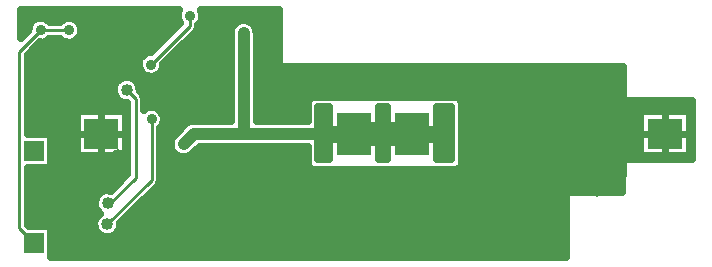
<source format=gbr>
G04 DipTrace 2.4.0.2*
%INÍèæíèé.gbr*%
%MOMM*%
%ADD13C,0.25*%
%ADD16C,1.0*%
%ADD17C,2.0*%
%ADD18C,1.4*%
%ADD20C,0.635*%
%ADD21C,0.6*%
%ADD22R,3.0X3.6*%
%ADD23R,3.0X2.6*%
%ADD35R,1.7X1.7*%
%ADD36C,1.7*%
%ADD39C,1.016*%
%ADD41C,0.9*%
%FSLAX53Y53*%
G04*
G71*
G90*
G75*
G01*
%LNBottom*%
%LPD*%
X18000Y15100D2*
D13*
X18200D1*
X20350Y17250D1*
Y23950D1*
X19600Y24700D1*
X38850Y21000D2*
D17*
X43750D1*
X36150D2*
D18*
X38850D1*
X46450D2*
X43750D1*
X36150D2*
D16*
X29500D1*
Y29500D1*
Y21000D2*
X25300D1*
X24400Y20100D1*
X12300Y29750D2*
D13*
X14700D1*
X11750Y11750D2*
X10500Y13000D1*
Y27950D1*
X12300Y29750D1*
X21700Y22200D2*
Y17100D1*
X17950Y13350D1*
X24950Y30950D2*
Y30150D1*
X21650Y26850D1*
D39*
X18000Y15100D3*
X19600Y24700D3*
X29500Y29500D3*
X24400Y20100D3*
D41*
X21700Y22200D3*
D39*
X17950Y13350D3*
D41*
X24950Y30950D3*
X21650Y26850D3*
X12300Y29750D3*
X14700D3*
D39*
X36150Y21000D3*
X46450D3*
X36150Y19400D3*
Y22600D3*
X46450D3*
Y19400D3*
X26550Y24050D3*
X18850Y19150D3*
X33200Y18050D3*
X27250Y12450D3*
X56450Y13250D3*
X53250Y16150D3*
X60450Y17550D3*
X56400Y16150D3*
X59450D3*
X61350Y16200D3*
X61300Y18850D3*
X61350Y21750D3*
Y24100D3*
X61400Y26500D3*
X58950D3*
X56250Y26450D3*
X53500Y26500D3*
X50600D3*
X47900D3*
X45150D3*
X42400Y26450D3*
X39850Y26500D3*
X37050Y26450D3*
X34550D3*
D41*
X15950Y27000D3*
D39*
X27050Y30450D3*
X35881Y22601D2*
D20*
X36692D1*
X41006D2*
X41593D1*
X45907D2*
X46971D1*
X35881Y21969D2*
X36692D1*
X41006D2*
X41593D1*
X45907D2*
X46971D1*
X35881Y21338D2*
X36692D1*
X41006D2*
X41593D1*
X45907D2*
X46971D1*
X35881Y20706D2*
X36692D1*
X41006D2*
X41593D1*
X45907D2*
X46971D1*
X35881Y20074D2*
X36692D1*
X41006D2*
X41593D1*
X45907D2*
X46971D1*
X35881Y19443D2*
X36692D1*
X41006D2*
X41593D1*
X45907D2*
X46971D1*
X40943Y23232D2*
Y18819D1*
X41661Y18818D1*
X41657Y22925D1*
Y23233D1*
X40950D1*
X36758Y18816D2*
Y23233D1*
X35818D1*
Y18818D1*
X36760D1*
X45843Y23232D2*
Y18819D1*
X47032Y18818D1*
Y23233D1*
X45852D1*
X36759Y21000D2*
D13*
X40941D1*
X41659D2*
X45841D1*
X10681Y30801D2*
D20*
X23854D1*
X26045D2*
X32417D1*
X10681Y30169D2*
X11283D1*
X15716D2*
X23894D1*
X25728D2*
X28567D1*
X30440D2*
X32417D1*
X10681Y29537D2*
X11005D1*
X15786D2*
X23259D1*
X25420D2*
X28339D1*
X30659D2*
X32417D1*
X12978Y28906D2*
X14022D1*
X15379D2*
X22624D1*
X24785D2*
X28349D1*
X30659D2*
X32417D1*
X11906Y28274D2*
X21999D1*
X24150D2*
X28349D1*
X30659D2*
X32417D1*
X11281Y27642D2*
X20907D1*
X23525D2*
X28349D1*
X30659D2*
X32417D1*
X11281Y27011D2*
X20560D1*
X22890D2*
X28349D1*
X30659D2*
X32417D1*
X11281Y26379D2*
X20659D1*
X22642D2*
X28349D1*
X30659D2*
X61567D1*
X11281Y25747D2*
X19201D1*
X20003D2*
X28349D1*
X30659D2*
X61567D1*
X11281Y25116D2*
X18516D1*
X20677D2*
X28349D1*
X30659D2*
X61567D1*
X11281Y24484D2*
X18457D1*
X20896D2*
X28349D1*
X30659D2*
X61567D1*
X11281Y23852D2*
X18834D1*
X21134D2*
X28349D1*
X30659D2*
X34927D1*
X47923D2*
X61567D1*
X11281Y23221D2*
X19568D1*
X21980D2*
X28349D1*
X30659D2*
X34848D1*
X48002D2*
X67372D1*
X11281Y22589D2*
X15292D1*
X22731D2*
X28349D1*
X30659D2*
X34848D1*
X48002D2*
X62996D1*
X11281Y21957D2*
X15292D1*
X22781D2*
X24708D1*
X48002D2*
X62996D1*
X11281Y21326D2*
X15292D1*
X22483D2*
X24013D1*
X48002D2*
X62996D1*
X13256Y20694D2*
X15292D1*
X22483D2*
X23408D1*
X48002D2*
X62996D1*
X13256Y20062D2*
X15292D1*
X22483D2*
X23239D1*
X48002D2*
X62996D1*
X13256Y19431D2*
X15292D1*
X22483D2*
X23467D1*
X25341D2*
X34848D1*
X48002D2*
X62996D1*
X13256Y18799D2*
X19568D1*
X22483D2*
X34848D1*
X48002D2*
X61528D1*
X13256Y18167D2*
X19568D1*
X22483D2*
X34947D1*
X47903D2*
X61508D1*
X11281Y17536D2*
X19558D1*
X22483D2*
X61488D1*
X11281Y16904D2*
X18923D1*
X22453D2*
X61458D1*
X11281Y16272D2*
X18298D1*
X21947D2*
X61438D1*
X11281Y15641D2*
X16978D1*
X21322D2*
X56716D1*
X11281Y15009D2*
X16840D1*
X20687D2*
X56716D1*
X11281Y14377D2*
X17107D1*
X20052D2*
X56716D1*
X11281Y13746D2*
X16859D1*
X19427D2*
X56716D1*
X13256Y13114D2*
X16810D1*
X19090D2*
X56716D1*
X13256Y12482D2*
X17207D1*
X18693D2*
X56716D1*
X13256Y11851D2*
X56716D1*
X13256Y11219D2*
X56716D1*
X13256Y10587D2*
X56716D1*
X15421Y22893D2*
X19543D1*
Y19108D1*
X15358D1*
Y22893D1*
X15421D1*
X63121D2*
X67243D1*
Y19108D1*
X63058D1*
Y22893D1*
X63121D1*
X13039Y29032D2*
X12937Y28925D1*
X12660Y28772D1*
X12350Y28709D1*
X12281Y28716D1*
X11218Y27633D1*
Y20995D1*
X13193Y20993D1*
Y18108D1*
X11218Y18107D1*
X11232Y13283D1*
X11323Y13192D1*
X13193Y13193D1*
Y10563D1*
X30938Y10567D1*
X56782D1*
X56783Y15700D1*
X56938Y15968D1*
X57100Y16018D1*
X61494Y16028D1*
X61583Y18561D1*
X61747Y18823D1*
X61900Y18867D1*
X67433D1*
Y23782D1*
X61950D1*
X61682Y23938D1*
X61633Y24100D1*
Y26632D1*
X32800D1*
X32532Y26788D1*
X32483Y26950D1*
X32482Y31432D1*
X25865D1*
X25973Y31149D1*
X25993Y30950D1*
X25945Y30637D1*
X25805Y30354D1*
X25662Y30203D1*
X25598Y29843D1*
X25636Y29939D1*
X25457Y29643D1*
X22686Y26871D1*
X22645Y26537D1*
X22505Y26254D1*
X22287Y26025D1*
X22010Y25872D1*
X21700Y25809D1*
X21385Y25842D1*
X21095Y25967D1*
X20856Y26174D1*
X20690Y26443D1*
X20612Y26750D1*
X20630Y27066D1*
X20742Y27362D1*
X20937Y27611D1*
X21198Y27789D1*
X21500Y27882D1*
X21668Y27880D1*
X24110Y30325D1*
X23990Y30543D1*
X23912Y30850D1*
X23930Y31166D1*
X24031Y31434D1*
X10618Y31432D1*
Y29081D1*
X11263Y29727D1*
X11280Y29966D1*
X11392Y30262D1*
X11587Y30511D1*
X11848Y30689D1*
X12150Y30782D1*
X12467Y30779D1*
X12768Y30682D1*
X13055Y30459D1*
X13937Y30468D1*
X14248Y30689D1*
X14550Y30782D1*
X14867Y30779D1*
X15168Y30682D1*
X15425Y30499D1*
X15617Y30247D1*
X15723Y29949D1*
X15743Y29750D1*
X15695Y29437D1*
X15555Y29154D1*
X15337Y28925D1*
X15060Y28772D1*
X14750Y28709D1*
X14435Y28742D1*
X14145Y28867D1*
X13958Y29029D1*
X13063Y29033D1*
X35818Y24142D2*
X47350D1*
X47653Y24059D1*
X47880Y23814D1*
X47942Y23550D1*
Y18500D1*
X47859Y18197D1*
X47614Y17970D1*
X47350Y17907D1*
X35500D1*
X35197Y17991D1*
X34970Y18236D1*
X34908Y18500D1*
Y19899D1*
X33928Y19908D1*
X25759D1*
X25113Y19262D1*
X24845Y19094D1*
X24541Y19009D1*
X24224Y19014D1*
X23923Y19108D1*
X23660Y19285D1*
X23459Y19529D1*
X23336Y19821D1*
X23300Y20135D1*
X23356Y20447D1*
X23497Y20730D1*
X24527Y21773D1*
X24781Y21961D1*
X25045Y22062D1*
X25300Y22093D1*
X28406D1*
X28400Y29535D1*
X28456Y29847D1*
X28597Y30130D1*
X28814Y30360D1*
X29087Y30520D1*
X29394Y30595D1*
X29710Y30580D1*
X30009Y30476D1*
X30265Y30291D1*
X30459Y30040D1*
X30573Y29745D1*
X30593Y29451D1*
Y22088D1*
X34907Y22093D1*
X34908Y23550D1*
X34991Y23853D1*
X35236Y24080D1*
X35500Y24142D1*
X35818D1*
X18261Y16176D2*
X19633Y17568D1*
Y23610D1*
X19424Y23614D1*
X19123Y23708D1*
X18860Y23885D1*
X18659Y24129D1*
X18536Y24421D1*
X18500Y24735D1*
X18556Y25047D1*
X18697Y25330D1*
X18914Y25560D1*
X19187Y25720D1*
X19494Y25795D1*
X19810Y25780D1*
X20109Y25676D1*
X20365Y25491D1*
X20559Y25240D1*
X20673Y24945D1*
X20691Y24632D1*
X20857Y24457D1*
X21027Y24181D1*
X20984Y24285D1*
X21067Y23950D1*
Y23027D1*
X21248Y23139D1*
X21550Y23232D1*
X21867Y23229D1*
X22168Y23132D1*
X22425Y22949D1*
X22617Y22697D1*
X22723Y22399D1*
X22743Y22200D1*
X22695Y21887D1*
X22555Y21604D1*
X22412Y21453D1*
X22418Y17100D1*
X22342Y16785D1*
X22386Y16889D1*
X22207Y16593D1*
X19043Y13429D1*
X19005Y13037D1*
X18872Y12750D1*
X18663Y12512D1*
X18395Y12344D1*
X18091Y12259D1*
X17774Y12264D1*
X17473Y12358D1*
X17210Y12535D1*
X17009Y12779D1*
X16886Y13071D1*
X16850Y13385D1*
X16906Y13697D1*
X17047Y13980D1*
X17306Y14235D1*
X17059Y14529D1*
X16936Y14821D1*
X16900Y15135D1*
X16956Y15447D1*
X17097Y15730D1*
X17314Y15960D1*
X17587Y16120D1*
X17894Y16195D1*
X18257Y16164D1*
X17450Y22891D2*
D21*
Y19109D1*
X15359Y21000D2*
X19541D1*
X65150Y22891D2*
Y19109D1*
X63059Y21000D2*
X67241D1*
D22*
X38850D3*
D23*
X17450D3*
D22*
X43750D3*
D23*
X65150D3*
D35*
X11750Y11750D3*
D36*
Y14290D3*
D35*
Y19550D3*
D36*
Y22090D3*
M02*

</source>
